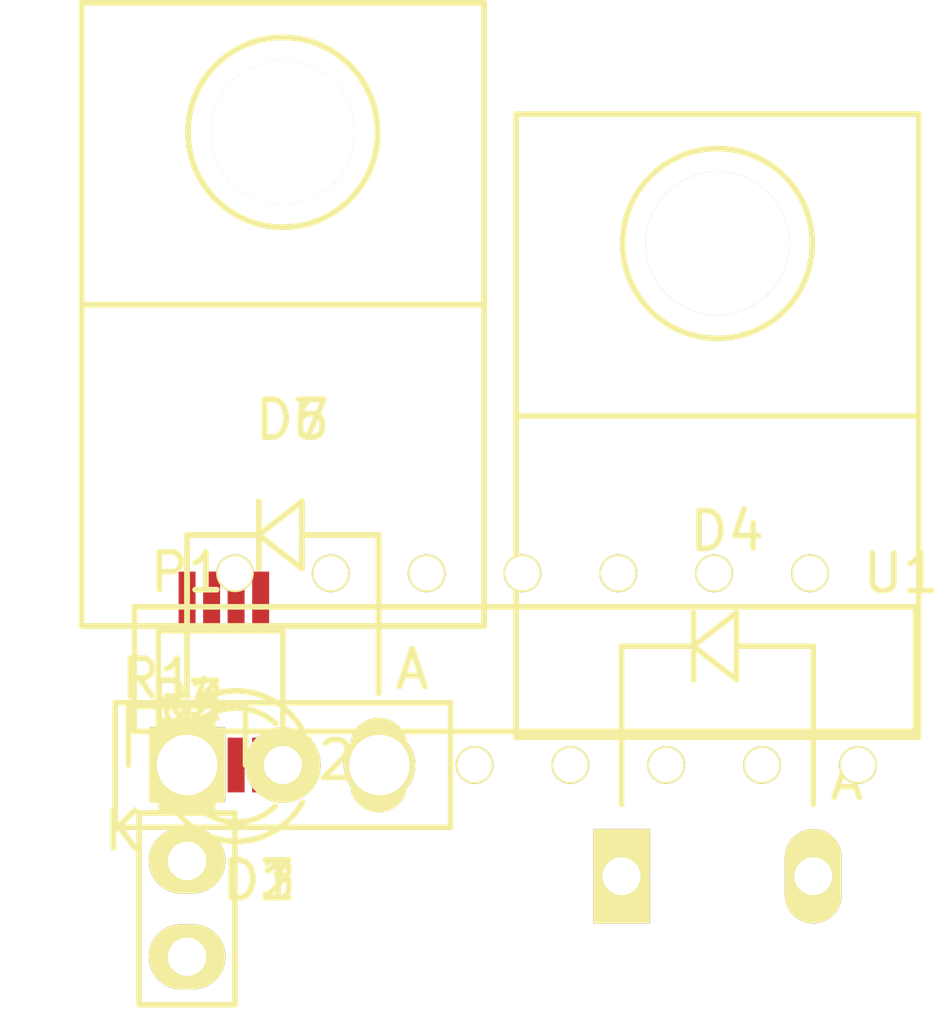
<source format=kicad_pcb>
(kicad_pcb (version 4) (host pcbnew 4.0.1-stable)

  (general
    (links 36)
    (no_connects 28)
    (area 143.342767 84.485599 168.7491 119.728601)
    (thickness 1.6)
    (drawings 0)
    (tracks 0)
    (zones 0)
    (modules 14)
    (nets 17)
  )

  (page A4)
  (layers
    (0 F.Cu signal)
    (31 B.Cu signal)
    (32 B.Adhes user)
    (33 F.Adhes user)
    (34 B.Paste user)
    (35 F.Paste user)
    (36 B.SilkS user)
    (37 F.SilkS user)
    (38 B.Mask user)
    (39 F.Mask user)
    (40 Dwgs.User user)
    (41 Cmts.User user)
    (42 Eco1.User user)
    (43 Eco2.User user)
    (44 Edge.Cuts user)
    (45 Margin user)
    (46 B.CrtYd user)
    (47 F.CrtYd user)
    (48 B.Fab user)
    (49 F.Fab user)
  )

  (setup
    (last_trace_width 0.25)
    (trace_clearance 0.25)
    (zone_clearance 0.508)
    (zone_45_only no)
    (trace_min 0.25)
    (segment_width 0.2)
    (edge_width 0.15)
    (via_size 0.6)
    (via_drill 0.4)
    (via_min_size 0.4)
    (via_min_drill 0.3)
    (uvia_size 0.3)
    (uvia_drill 0.1)
    (uvias_allowed no)
    (uvia_min_size 0.2)
    (uvia_min_drill 0.1)
    (pcb_text_width 0.3)
    (pcb_text_size 1.5 1.5)
    (mod_edge_width 0.15)
    (mod_text_size 1 1)
    (mod_text_width 0.15)
    (pad_size 1.524 1.524)
    (pad_drill 0.762)
    (pad_to_mask_clearance 0.2)
    (aux_axis_origin 0 0)
    (visible_elements 7FFFFFFF)
    (pcbplotparams
      (layerselection 0x00030_80000001)
      (usegerberextensions false)
      (excludeedgelayer true)
      (linewidth 0.100000)
      (plotframeref false)
      (viasonmask false)
      (mode 1)
      (useauxorigin false)
      (hpglpennumber 1)
      (hpglpenspeed 20)
      (hpglpendiameter 15)
      (hpglpenoverlay 2)
      (psnegative false)
      (psa4output false)
      (plotreference true)
      (plotvalue true)
      (plotinvisibletext false)
      (padsonsilk false)
      (subtractmaskfromsilk false)
      (outputformat 1)
      (mirror false)
      (drillshape 1)
      (scaleselection 1)
      (outputdirectory ""))
  )

  (net 0 "")
  (net 1 GND)
  (net 2 "Net-(D1-Pad2)")
  (net 3 "Net-(D2-Pad2)")
  (net 4 "Net-(D3-Pad2)")
  (net 5 +6V)
  (net 6 "Net-(D4-Pad2)")
  (net 7 "Net-(D5-Pad2)")
  (net 8 "Net-(P1-Pad1)")
  (net 9 "Net-(P1-Pad2)")
  (net 10 "Net-(P1-Pad3)")
  (net 11 "Net-(D8-Pad1)")
  (net 12 +3V3)
  (net 13 "Net-(P6-Pad3)")
  (net 14 "Net-(P6-Pad2)")
  (net 15 "Net-(P6-Pad1)")
  (net 16 +5V)

  (net_class Default "This is the default net class."
    (clearance 0.25)
    (trace_width 0.25)
    (via_dia 0.6)
    (via_drill 0.4)
    (uvia_dia 0.3)
    (uvia_drill 0.1)
    (add_net +3V3)
    (add_net +5V)
    (add_net +6V)
    (add_net GND)
    (add_net "Net-(D1-Pad2)")
    (add_net "Net-(D2-Pad2)")
    (add_net "Net-(D3-Pad2)")
    (add_net "Net-(D4-Pad2)")
    (add_net "Net-(D5-Pad2)")
    (add_net "Net-(D8-Pad1)")
    (add_net "Net-(P1-Pad1)")
    (add_net "Net-(P1-Pad2)")
    (add_net "Net-(P1-Pad3)")
    (add_net "Net-(P6-Pad1)")
    (add_net "Net-(P6-Pad2)")
    (add_net "Net-(P6-Pad3)")
  )

  (module LEDs:LED-3MM (layer F.Cu) (tedit 559B82F6) (tstamp 56A189A9)
    (at 148.5011 105.0036)
    (descr "LED 3mm round vertical")
    (tags "LED  3mm round vertical")
    (path /569FAE61)
    (fp_text reference D1 (at 1.91 3.06) (layer F.SilkS)
      (effects (font (size 1 1) (thickness 0.15)))
    )
    (fp_text value LED (at 1.3 -2.9) (layer F.Fab)
      (effects (font (size 1 1) (thickness 0.15)))
    )
    (fp_line (start -1.2 2.3) (end 3.8 2.3) (layer F.CrtYd) (width 0.05))
    (fp_line (start 3.8 2.3) (end 3.8 -2.2) (layer F.CrtYd) (width 0.05))
    (fp_line (start 3.8 -2.2) (end -1.2 -2.2) (layer F.CrtYd) (width 0.05))
    (fp_line (start -1.2 -2.2) (end -1.2 2.3) (layer F.CrtYd) (width 0.05))
    (fp_line (start -0.199 1.314) (end -0.199 1.114) (layer F.SilkS) (width 0.15))
    (fp_line (start -0.199 -1.28) (end -0.199 -1.1) (layer F.SilkS) (width 0.15))
    (fp_arc (start 1.301 0.034) (end -0.199 -1.286) (angle 108.5) (layer F.SilkS) (width 0.15))
    (fp_arc (start 1.301 0.034) (end 0.25 -1.1) (angle 85.7) (layer F.SilkS) (width 0.15))
    (fp_arc (start 1.311 0.034) (end 3.051 0.994) (angle 110) (layer F.SilkS) (width 0.15))
    (fp_arc (start 1.301 0.034) (end 2.335 1.094) (angle 87.5) (layer F.SilkS) (width 0.15))
    (fp_text user K (at -1.69 1.74) (layer F.SilkS)
      (effects (font (size 1 1) (thickness 0.15)))
    )
    (pad 1 thru_hole rect (at 0 0 90) (size 2 2) (drill 1.00076) (layers *.Cu *.Mask F.SilkS)
      (net 1 GND))
    (pad 2 thru_hole circle (at 2.54 0) (size 2 2) (drill 1.00076) (layers *.Cu *.Mask F.SilkS)
      (net 2 "Net-(D1-Pad2)"))
    (model LEDs.3dshapes/LED-3MM.wrl
      (at (xyz 0.05 0 0))
      (scale (xyz 1 1 1))
      (rotate (xyz 0 0 90))
    )
  )

  (module LEDs:LED-3MM (layer F.Cu) (tedit 559B82F6) (tstamp 56A189AF)
    (at 148.5011 105.0036)
    (descr "LED 3mm round vertical")
    (tags "LED  3mm round vertical")
    (path /569FAF14)
    (fp_text reference D2 (at 1.91 3.06) (layer F.SilkS)
      (effects (font (size 1 1) (thickness 0.15)))
    )
    (fp_text value LED (at 1.3 -2.9) (layer F.Fab)
      (effects (font (size 1 1) (thickness 0.15)))
    )
    (fp_line (start -1.2 2.3) (end 3.8 2.3) (layer F.CrtYd) (width 0.05))
    (fp_line (start 3.8 2.3) (end 3.8 -2.2) (layer F.CrtYd) (width 0.05))
    (fp_line (start 3.8 -2.2) (end -1.2 -2.2) (layer F.CrtYd) (width 0.05))
    (fp_line (start -1.2 -2.2) (end -1.2 2.3) (layer F.CrtYd) (width 0.05))
    (fp_line (start -0.199 1.314) (end -0.199 1.114) (layer F.SilkS) (width 0.15))
    (fp_line (start -0.199 -1.28) (end -0.199 -1.1) (layer F.SilkS) (width 0.15))
    (fp_arc (start 1.301 0.034) (end -0.199 -1.286) (angle 108.5) (layer F.SilkS) (width 0.15))
    (fp_arc (start 1.301 0.034) (end 0.25 -1.1) (angle 85.7) (layer F.SilkS) (width 0.15))
    (fp_arc (start 1.311 0.034) (end 3.051 0.994) (angle 110) (layer F.SilkS) (width 0.15))
    (fp_arc (start 1.301 0.034) (end 2.335 1.094) (angle 87.5) (layer F.SilkS) (width 0.15))
    (fp_text user K (at -1.69 1.74) (layer F.SilkS)
      (effects (font (size 1 1) (thickness 0.15)))
    )
    (pad 1 thru_hole rect (at 0 0 90) (size 2 2) (drill 1.00076) (layers *.Cu *.Mask F.SilkS)
      (net 1 GND))
    (pad 2 thru_hole circle (at 2.54 0) (size 2 2) (drill 1.00076) (layers *.Cu *.Mask F.SilkS)
      (net 3 "Net-(D2-Pad2)"))
    (model LEDs.3dshapes/LED-3MM.wrl
      (at (xyz 0.05 0 0))
      (scale (xyz 1 1 1))
      (rotate (xyz 0 0 90))
    )
  )

  (module LEDs:LED-3MM (layer F.Cu) (tedit 559B82F6) (tstamp 56A189B5)
    (at 148.5011 105.0036)
    (descr "LED 3mm round vertical")
    (tags "LED  3mm round vertical")
    (path /569FAF59)
    (fp_text reference D3 (at 1.91 3.06) (layer F.SilkS)
      (effects (font (size 1 1) (thickness 0.15)))
    )
    (fp_text value LED (at 1.3 -2.9) (layer F.Fab)
      (effects (font (size 1 1) (thickness 0.15)))
    )
    (fp_line (start -1.2 2.3) (end 3.8 2.3) (layer F.CrtYd) (width 0.05))
    (fp_line (start 3.8 2.3) (end 3.8 -2.2) (layer F.CrtYd) (width 0.05))
    (fp_line (start 3.8 -2.2) (end -1.2 -2.2) (layer F.CrtYd) (width 0.05))
    (fp_line (start -1.2 -2.2) (end -1.2 2.3) (layer F.CrtYd) (width 0.05))
    (fp_line (start -0.199 1.314) (end -0.199 1.114) (layer F.SilkS) (width 0.15))
    (fp_line (start -0.199 -1.28) (end -0.199 -1.1) (layer F.SilkS) (width 0.15))
    (fp_arc (start 1.301 0.034) (end -0.199 -1.286) (angle 108.5) (layer F.SilkS) (width 0.15))
    (fp_arc (start 1.301 0.034) (end 0.25 -1.1) (angle 85.7) (layer F.SilkS) (width 0.15))
    (fp_arc (start 1.311 0.034) (end 3.051 0.994) (angle 110) (layer F.SilkS) (width 0.15))
    (fp_arc (start 1.301 0.034) (end 2.335 1.094) (angle 87.5) (layer F.SilkS) (width 0.15))
    (fp_text user K (at -1.69 1.74) (layer F.SilkS)
      (effects (font (size 1 1) (thickness 0.15)))
    )
    (pad 1 thru_hole rect (at 0 0 90) (size 2 2) (drill 1.00076) (layers *.Cu *.Mask F.SilkS)
      (net 1 GND))
    (pad 2 thru_hole circle (at 2.54 0) (size 2 2) (drill 1.00076) (layers *.Cu *.Mask F.SilkS)
      (net 4 "Net-(D3-Pad2)"))
    (model LEDs.3dshapes/LED-3MM.wrl
      (at (xyz 0.05 0 0))
      (scale (xyz 1 1 1))
      (rotate (xyz 0 0 90))
    )
  )

  (module Diodes_ThroughHole:Diode_TO-220_Horizontal (layer F.Cu) (tedit 5538AB48) (tstamp 56A189BC)
    (at 160.02 107.95)
    (descr "TO-220, Bipolar-BCE, Horizontal,")
    (tags "TO-220, Bipolar-BCE, Horizontal,")
    (path /5699AD7D)
    (fp_text reference D4 (at 2.79146 -9.144) (layer F.SilkS)
      (effects (font (size 1 1) (thickness 0.15)))
    )
    (fp_text value D (at 3.15 2.15) (layer F.Fab)
      (effects (font (size 1 1) (thickness 0.15)))
    )
    (fp_text user A (at 5.96646 -2.54) (layer F.SilkS)
      (effects (font (size 1 1) (thickness 0.15)))
    )
    (fp_line (start 1.90246 -6.096) (end -0.00254 -6.096) (layer F.SilkS) (width 0.15))
    (fp_line (start -0.00254 -6.096) (end -0.00254 -3.683) (layer F.SilkS) (width 0.15))
    (fp_line (start 3.04546 -6.096) (end 5.07746 -6.096) (layer F.SilkS) (width 0.15))
    (fp_line (start 5.07746 -6.096) (end 5.07746 -3.683) (layer F.SilkS) (width 0.15))
    (fp_line (start 1.90246 -6.096) (end 3.04546 -6.985) (layer F.SilkS) (width 0.15))
    (fp_line (start 3.04546 -6.985) (end 3.04546 -5.207) (layer F.SilkS) (width 0.15))
    (fp_line (start 3.04546 -5.207) (end 1.90246 -6.096) (layer F.SilkS) (width 0.15))
    (fp_line (start 1.90246 -6.985) (end 1.90246 -5.207) (layer F.SilkS) (width 0.15))
    (fp_circle (center 2.53746 -16.764) (end 4.31546 -14.986) (layer F.SilkS) (width 0.15))
    (fp_line (start -0.00254 -3.683) (end -0.00254 -1.905) (layer F.SilkS) (width 0.15))
    (fp_line (start 5.07746 -3.683) (end 5.07746 -1.905) (layer F.SilkS) (width 0.15))
    (fp_line (start 7.87146 -12.192) (end 7.87146 -20.193) (layer F.SilkS) (width 0.15))
    (fp_line (start 7.87146 -20.193) (end -2.79654 -20.193) (layer F.SilkS) (width 0.15))
    (fp_line (start -2.79654 -20.193) (end -2.79654 -12.192) (layer F.SilkS) (width 0.15))
    (fp_line (start 7.87146 -3.683) (end 7.87146 -12.192) (layer F.SilkS) (width 0.15))
    (fp_line (start 7.87146 -12.192) (end -2.79654 -12.192) (layer F.SilkS) (width 0.15))
    (fp_line (start -2.79654 -12.192) (end -2.79654 -3.683) (layer F.SilkS) (width 0.15))
    (fp_line (start 2.53746 -3.683) (end -2.79654 -3.683) (layer F.SilkS) (width 0.15))
    (fp_line (start 2.53746 -3.683) (end 7.87146 -3.683) (layer F.SilkS) (width 0.15))
    (pad 1 thru_hole rect (at -0.00254 0 90) (size 2.49936 1.50114) (drill 1.00076) (layers *.Cu *.Mask F.SilkS)
      (net 5 +6V))
    (pad 2 thru_hole oval (at 5.07746 0 90) (size 2.49936 1.50114) (drill 1.00076) (layers *.Cu *.Mask F.SilkS)
      (net 6 "Net-(D4-Pad2)"))
    (pad 2 thru_hole circle (at 2.53746 -16.764 90) (size 3.79984 3.79984) (drill 3.79984) (layers *.Cu *.Mask F.SilkS)
      (net 6 "Net-(D4-Pad2)"))
    (model Diodes_ThroughHole.3dshapes/Diode_TO-220_Horizontal.wrl
      (at (xyz 0.1 0 0))
      (scale (xyz 0.3937 0.3937 0.3937))
      (rotate (xyz 0 0 0))
    )
  )

  (module Diodes_ThroughHole:Diode_TO-220_Horizontal (layer F.Cu) (tedit 5538AB48) (tstamp 56A189C3)
    (at 148.5011 105.0036)
    (descr "TO-220, Bipolar-BCE, Horizontal,")
    (tags "TO-220, Bipolar-BCE, Horizontal,")
    (path /5699E224)
    (fp_text reference D5 (at 2.79146 -9.144) (layer F.SilkS)
      (effects (font (size 1 1) (thickness 0.15)))
    )
    (fp_text value D (at 3.15 2.15) (layer F.Fab)
      (effects (font (size 1 1) (thickness 0.15)))
    )
    (fp_text user A (at 5.96646 -2.54) (layer F.SilkS)
      (effects (font (size 1 1) (thickness 0.15)))
    )
    (fp_line (start 1.90246 -6.096) (end -0.00254 -6.096) (layer F.SilkS) (width 0.15))
    (fp_line (start -0.00254 -6.096) (end -0.00254 -3.683) (layer F.SilkS) (width 0.15))
    (fp_line (start 3.04546 -6.096) (end 5.07746 -6.096) (layer F.SilkS) (width 0.15))
    (fp_line (start 5.07746 -6.096) (end 5.07746 -3.683) (layer F.SilkS) (width 0.15))
    (fp_line (start 1.90246 -6.096) (end 3.04546 -6.985) (layer F.SilkS) (width 0.15))
    (fp_line (start 3.04546 -6.985) (end 3.04546 -5.207) (layer F.SilkS) (width 0.15))
    (fp_line (start 3.04546 -5.207) (end 1.90246 -6.096) (layer F.SilkS) (width 0.15))
    (fp_line (start 1.90246 -6.985) (end 1.90246 -5.207) (layer F.SilkS) (width 0.15))
    (fp_circle (center 2.53746 -16.764) (end 4.31546 -14.986) (layer F.SilkS) (width 0.15))
    (fp_line (start -0.00254 -3.683) (end -0.00254 -1.905) (layer F.SilkS) (width 0.15))
    (fp_line (start 5.07746 -3.683) (end 5.07746 -1.905) (layer F.SilkS) (width 0.15))
    (fp_line (start 7.87146 -12.192) (end 7.87146 -20.193) (layer F.SilkS) (width 0.15))
    (fp_line (start 7.87146 -20.193) (end -2.79654 -20.193) (layer F.SilkS) (width 0.15))
    (fp_line (start -2.79654 -20.193) (end -2.79654 -12.192) (layer F.SilkS) (width 0.15))
    (fp_line (start 7.87146 -3.683) (end 7.87146 -12.192) (layer F.SilkS) (width 0.15))
    (fp_line (start 7.87146 -12.192) (end -2.79654 -12.192) (layer F.SilkS) (width 0.15))
    (fp_line (start -2.79654 -12.192) (end -2.79654 -3.683) (layer F.SilkS) (width 0.15))
    (fp_line (start 2.53746 -3.683) (end -2.79654 -3.683) (layer F.SilkS) (width 0.15))
    (fp_line (start 2.53746 -3.683) (end 7.87146 -3.683) (layer F.SilkS) (width 0.15))
    (pad 1 thru_hole rect (at -0.00254 0 90) (size 2.49936 1.50114) (drill 1.00076) (layers *.Cu *.Mask F.SilkS)
      (net 5 +6V))
    (pad 2 thru_hole oval (at 5.07746 0 90) (size 2.49936 1.50114) (drill 1.00076) (layers *.Cu *.Mask F.SilkS)
      (net 7 "Net-(D5-Pad2)"))
    (pad 2 thru_hole circle (at 2.53746 -16.764 90) (size 3.79984 3.79984) (drill 3.79984) (layers *.Cu *.Mask F.SilkS)
      (net 7 "Net-(D5-Pad2)"))
    (model Diodes_ThroughHole.3dshapes/Diode_TO-220_Horizontal.wrl
      (at (xyz 0.1 0 0))
      (scale (xyz 0.3937 0.3937 0.3937))
      (rotate (xyz 0 0 0))
    )
  )

  (module Diodes_ThroughHole:Diode_TO-220_Horizontal (layer F.Cu) (tedit 5538AB48) (tstamp 56A189CA)
    (at 148.5011 105.0036)
    (descr "TO-220, Bipolar-BCE, Horizontal,")
    (tags "TO-220, Bipolar-BCE, Horizontal,")
    (path /5699E29D)
    (fp_text reference D6 (at 2.79146 -9.144) (layer F.SilkS)
      (effects (font (size 1 1) (thickness 0.15)))
    )
    (fp_text value D (at 3.15 2.15) (layer F.Fab)
      (effects (font (size 1 1) (thickness 0.15)))
    )
    (fp_text user A (at 5.96646 -2.54) (layer F.SilkS)
      (effects (font (size 1 1) (thickness 0.15)))
    )
    (fp_line (start 1.90246 -6.096) (end -0.00254 -6.096) (layer F.SilkS) (width 0.15))
    (fp_line (start -0.00254 -6.096) (end -0.00254 -3.683) (layer F.SilkS) (width 0.15))
    (fp_line (start 3.04546 -6.096) (end 5.07746 -6.096) (layer F.SilkS) (width 0.15))
    (fp_line (start 5.07746 -6.096) (end 5.07746 -3.683) (layer F.SilkS) (width 0.15))
    (fp_line (start 1.90246 -6.096) (end 3.04546 -6.985) (layer F.SilkS) (width 0.15))
    (fp_line (start 3.04546 -6.985) (end 3.04546 -5.207) (layer F.SilkS) (width 0.15))
    (fp_line (start 3.04546 -5.207) (end 1.90246 -6.096) (layer F.SilkS) (width 0.15))
    (fp_line (start 1.90246 -6.985) (end 1.90246 -5.207) (layer F.SilkS) (width 0.15))
    (fp_circle (center 2.53746 -16.764) (end 4.31546 -14.986) (layer F.SilkS) (width 0.15))
    (fp_line (start -0.00254 -3.683) (end -0.00254 -1.905) (layer F.SilkS) (width 0.15))
    (fp_line (start 5.07746 -3.683) (end 5.07746 -1.905) (layer F.SilkS) (width 0.15))
    (fp_line (start 7.87146 -12.192) (end 7.87146 -20.193) (layer F.SilkS) (width 0.15))
    (fp_line (start 7.87146 -20.193) (end -2.79654 -20.193) (layer F.SilkS) (width 0.15))
    (fp_line (start -2.79654 -20.193) (end -2.79654 -12.192) (layer F.SilkS) (width 0.15))
    (fp_line (start 7.87146 -3.683) (end 7.87146 -12.192) (layer F.SilkS) (width 0.15))
    (fp_line (start 7.87146 -12.192) (end -2.79654 -12.192) (layer F.SilkS) (width 0.15))
    (fp_line (start -2.79654 -12.192) (end -2.79654 -3.683) (layer F.SilkS) (width 0.15))
    (fp_line (start 2.53746 -3.683) (end -2.79654 -3.683) (layer F.SilkS) (width 0.15))
    (fp_line (start 2.53746 -3.683) (end 7.87146 -3.683) (layer F.SilkS) (width 0.15))
    (pad 1 thru_hole rect (at -0.00254 0 90) (size 2.49936 1.50114) (drill 1.00076) (layers *.Cu *.Mask F.SilkS)
      (net 6 "Net-(D4-Pad2)"))
    (pad 2 thru_hole oval (at 5.07746 0 90) (size 2.49936 1.50114) (drill 1.00076) (layers *.Cu *.Mask F.SilkS)
      (net 1 GND))
    (pad 2 thru_hole circle (at 2.53746 -16.764 90) (size 3.79984 3.79984) (drill 3.79984) (layers *.Cu *.Mask F.SilkS)
      (net 1 GND))
    (model Diodes_ThroughHole.3dshapes/Diode_TO-220_Horizontal.wrl
      (at (xyz 0.1 0 0))
      (scale (xyz 0.3937 0.3937 0.3937))
      (rotate (xyz 0 0 0))
    )
  )

  (module Diodes_ThroughHole:Diode_TO-220_Horizontal (layer F.Cu) (tedit 5538AB48) (tstamp 56A189D1)
    (at 148.5011 105.0036)
    (descr "TO-220, Bipolar-BCE, Horizontal,")
    (tags "TO-220, Bipolar-BCE, Horizontal,")
    (path /5699E377)
    (fp_text reference D7 (at 2.79146 -9.144) (layer F.SilkS)
      (effects (font (size 1 1) (thickness 0.15)))
    )
    (fp_text value D (at 3.15 2.15) (layer F.Fab)
      (effects (font (size 1 1) (thickness 0.15)))
    )
    (fp_text user A (at 5.96646 -2.54) (layer F.SilkS)
      (effects (font (size 1 1) (thickness 0.15)))
    )
    (fp_line (start 1.90246 -6.096) (end -0.00254 -6.096) (layer F.SilkS) (width 0.15))
    (fp_line (start -0.00254 -6.096) (end -0.00254 -3.683) (layer F.SilkS) (width 0.15))
    (fp_line (start 3.04546 -6.096) (end 5.07746 -6.096) (layer F.SilkS) (width 0.15))
    (fp_line (start 5.07746 -6.096) (end 5.07746 -3.683) (layer F.SilkS) (width 0.15))
    (fp_line (start 1.90246 -6.096) (end 3.04546 -6.985) (layer F.SilkS) (width 0.15))
    (fp_line (start 3.04546 -6.985) (end 3.04546 -5.207) (layer F.SilkS) (width 0.15))
    (fp_line (start 3.04546 -5.207) (end 1.90246 -6.096) (layer F.SilkS) (width 0.15))
    (fp_line (start 1.90246 -6.985) (end 1.90246 -5.207) (layer F.SilkS) (width 0.15))
    (fp_circle (center 2.53746 -16.764) (end 4.31546 -14.986) (layer F.SilkS) (width 0.15))
    (fp_line (start -0.00254 -3.683) (end -0.00254 -1.905) (layer F.SilkS) (width 0.15))
    (fp_line (start 5.07746 -3.683) (end 5.07746 -1.905) (layer F.SilkS) (width 0.15))
    (fp_line (start 7.87146 -12.192) (end 7.87146 -20.193) (layer F.SilkS) (width 0.15))
    (fp_line (start 7.87146 -20.193) (end -2.79654 -20.193) (layer F.SilkS) (width 0.15))
    (fp_line (start -2.79654 -20.193) (end -2.79654 -12.192) (layer F.SilkS) (width 0.15))
    (fp_line (start 7.87146 -3.683) (end 7.87146 -12.192) (layer F.SilkS) (width 0.15))
    (fp_line (start 7.87146 -12.192) (end -2.79654 -12.192) (layer F.SilkS) (width 0.15))
    (fp_line (start -2.79654 -12.192) (end -2.79654 -3.683) (layer F.SilkS) (width 0.15))
    (fp_line (start 2.53746 -3.683) (end -2.79654 -3.683) (layer F.SilkS) (width 0.15))
    (fp_line (start 2.53746 -3.683) (end 7.87146 -3.683) (layer F.SilkS) (width 0.15))
    (pad 1 thru_hole rect (at -0.00254 0 90) (size 2.49936 1.50114) (drill 1.00076) (layers *.Cu *.Mask F.SilkS)
      (net 7 "Net-(D5-Pad2)"))
    (pad 2 thru_hole oval (at 5.07746 0 90) (size 2.49936 1.50114) (drill 1.00076) (layers *.Cu *.Mask F.SilkS)
      (net 1 GND))
    (pad 2 thru_hole circle (at 2.53746 -16.764 90) (size 3.79984 3.79984) (drill 3.79984) (layers *.Cu *.Mask F.SilkS)
      (net 1 GND))
    (model Diodes_ThroughHole.3dshapes/Diode_TO-220_Horizontal.wrl
      (at (xyz 0.1 0 0))
      (scale (xyz 0.3937 0.3937 0.3937))
      (rotate (xyz 0 0 0))
    )
  )

  (module Pin_Headers:Pin_Header_Straight_1x03 (layer F.Cu) (tedit 0) (tstamp 56A189D8)
    (at 148.5011 105.0036)
    (descr "Through hole pin header")
    (tags "pin header")
    (path /569F1348)
    (fp_text reference P1 (at 0 -5.1) (layer F.SilkS)
      (effects (font (size 1 1) (thickness 0.15)))
    )
    (fp_text value CONN_01X03 (at 0 -3.1) (layer F.Fab)
      (effects (font (size 1 1) (thickness 0.15)))
    )
    (fp_line (start -1.75 -1.75) (end -1.75 6.85) (layer F.CrtYd) (width 0.05))
    (fp_line (start 1.75 -1.75) (end 1.75 6.85) (layer F.CrtYd) (width 0.05))
    (fp_line (start -1.75 -1.75) (end 1.75 -1.75) (layer F.CrtYd) (width 0.05))
    (fp_line (start -1.75 6.85) (end 1.75 6.85) (layer F.CrtYd) (width 0.05))
    (fp_line (start -1.27 1.27) (end -1.27 6.35) (layer F.SilkS) (width 0.15))
    (fp_line (start -1.27 6.35) (end 1.27 6.35) (layer F.SilkS) (width 0.15))
    (fp_line (start 1.27 6.35) (end 1.27 1.27) (layer F.SilkS) (width 0.15))
    (fp_line (start 1.55 -1.55) (end 1.55 0) (layer F.SilkS) (width 0.15))
    (fp_line (start 1.27 1.27) (end -1.27 1.27) (layer F.SilkS) (width 0.15))
    (fp_line (start -1.55 0) (end -1.55 -1.55) (layer F.SilkS) (width 0.15))
    (fp_line (start -1.55 -1.55) (end 1.55 -1.55) (layer F.SilkS) (width 0.15))
    (pad 1 thru_hole rect (at 0 0) (size 2.032 1.7272) (drill 1.016) (layers *.Cu *.Mask F.SilkS)
      (net 8 "Net-(P1-Pad1)"))
    (pad 2 thru_hole oval (at 0 2.54) (size 2.032 1.7272) (drill 1.016) (layers *.Cu *.Mask F.SilkS)
      (net 9 "Net-(P1-Pad2)"))
    (pad 3 thru_hole oval (at 0 5.08) (size 2.032 1.7272) (drill 1.016) (layers *.Cu *.Mask F.SilkS)
      (net 10 "Net-(P1-Pad3)"))
    (model Pin_Headers.3dshapes/Pin_Header_Straight_1x03.wrl
      (at (xyz 0 -0.1 0))
      (scale (xyz 1 1 1))
      (rotate (xyz 0 0 90))
    )
  )

  (module H_Bridge:PF1262 (layer F.Cu) (tedit 569C4FE6) (tstamp 56A189DE)
    (at 148.5011 105.0036)
    (path /569C510F)
    (fp_text reference R1 (at -0.762 -2.286) (layer F.SilkS)
      (effects (font (size 1 1) (thickness 0.15)))
    )
    (fp_text value PF1262 (at 0.762 2.413) (layer F.Fab) hide
      (effects (font (size 1 1) (thickness 0.15)))
    )
    (fp_line (start -1.905 -1.651) (end 6.985 -1.651) (layer F.SilkS) (width 0.15))
    (fp_line (start 6.985 -1.651) (end 6.985 1.651) (layer F.SilkS) (width 0.15))
    (fp_line (start 6.985 1.651) (end -1.778 1.651) (layer F.SilkS) (width 0.15))
    (fp_line (start -1.778 1.651) (end -1.905 1.651) (layer F.SilkS) (width 0.15))
    (fp_line (start -1.905 1.651) (end -1.905 -1.651) (layer F.SilkS) (width 0.15))
    (pad 1 thru_hole circle (at 0 0) (size 1.9 1.9) (drill 1.6) (layers *.Cu *.Mask F.SilkS)
      (net 11 "Net-(D8-Pad1)"))
    (pad 2 thru_hole circle (at 5.1 0) (size 1.9 1.9) (drill 1.6) (layers *.Cu *.Mask F.SilkS)
      (net 1 GND))
  )

  (module Resistors_SMD:R_0201 (layer F.Cu) (tedit 5415CC07) (tstamp 56A189E4)
    (at 148.5011 105.0036)
    (descr "Resistor SMD 0201, reflow soldering, Vishay (see crcw0201e3.pdf)")
    (tags "resistor 0201")
    (path /569F4573)
    (attr smd)
    (fp_text reference R2 (at 0 -1.7) (layer F.SilkS)
      (effects (font (size 1 1) (thickness 0.15)))
    )
    (fp_text value 10k (at 0 1.7) (layer F.Fab)
      (effects (font (size 1 1) (thickness 0.15)))
    )
    (fp_line (start -0.65 -0.55) (end 0.65 -0.55) (layer F.CrtYd) (width 0.05))
    (fp_line (start -0.65 0.55) (end 0.65 0.55) (layer F.CrtYd) (width 0.05))
    (fp_line (start -0.65 -0.55) (end -0.65 0.55) (layer F.CrtYd) (width 0.05))
    (fp_line (start 0.65 -0.55) (end 0.65 0.55) (layer F.CrtYd) (width 0.05))
    (fp_line (start 0.115 -0.44) (end -0.115 -0.44) (layer F.SilkS) (width 0.15))
    (fp_line (start -0.115 0.44) (end 0.115 0.44) (layer F.SilkS) (width 0.15))
    (pad 1 smd rect (at -0.255 0) (size 0.28 0.43) (layers F.Cu F.Paste F.Mask)
      (net 12 +3V3))
    (pad 2 smd rect (at 0.255 0) (size 0.28 0.43) (layers F.Cu F.Paste F.Mask)
      (net 13 "Net-(P6-Pad3)"))
    (model Resistors_SMD.3dshapes/R_0201.wrl
      (at (xyz 0 0 0))
      (scale (xyz 1 1 1))
      (rotate (xyz 0 0 0))
    )
  )

  (module Resistors_SMD:R_0201 (layer F.Cu) (tedit 5415CC07) (tstamp 56A189EA)
    (at 148.5011 105.0036)
    (descr "Resistor SMD 0201, reflow soldering, Vishay (see crcw0201e3.pdf)")
    (tags "resistor 0201")
    (path /569F48A3)
    (attr smd)
    (fp_text reference R3 (at 0 -1.7) (layer F.SilkS)
      (effects (font (size 1 1) (thickness 0.15)))
    )
    (fp_text value 10k (at 0 1.7) (layer F.Fab)
      (effects (font (size 1 1) (thickness 0.15)))
    )
    (fp_line (start -0.65 -0.55) (end 0.65 -0.55) (layer F.CrtYd) (width 0.05))
    (fp_line (start -0.65 0.55) (end 0.65 0.55) (layer F.CrtYd) (width 0.05))
    (fp_line (start -0.65 -0.55) (end -0.65 0.55) (layer F.CrtYd) (width 0.05))
    (fp_line (start 0.65 -0.55) (end 0.65 0.55) (layer F.CrtYd) (width 0.05))
    (fp_line (start 0.115 -0.44) (end -0.115 -0.44) (layer F.SilkS) (width 0.15))
    (fp_line (start -0.115 0.44) (end 0.115 0.44) (layer F.SilkS) (width 0.15))
    (pad 1 smd rect (at -0.255 0) (size 0.28 0.43) (layers F.Cu F.Paste F.Mask)
      (net 12 +3V3))
    (pad 2 smd rect (at 0.255 0) (size 0.28 0.43) (layers F.Cu F.Paste F.Mask)
      (net 14 "Net-(P6-Pad2)"))
    (model Resistors_SMD.3dshapes/R_0201.wrl
      (at (xyz 0 0 0))
      (scale (xyz 1 1 1))
      (rotate (xyz 0 0 0))
    )
  )

  (module Resistors_SMD:R_0201 (layer F.Cu) (tedit 5415CC07) (tstamp 56A189F0)
    (at 148.5011 105.0036)
    (descr "Resistor SMD 0201, reflow soldering, Vishay (see crcw0201e3.pdf)")
    (tags "resistor 0201")
    (path /569F48F3)
    (attr smd)
    (fp_text reference R4 (at 0 -1.7) (layer F.SilkS)
      (effects (font (size 1 1) (thickness 0.15)))
    )
    (fp_text value 10k (at 0 1.7) (layer F.Fab)
      (effects (font (size 1 1) (thickness 0.15)))
    )
    (fp_line (start -0.65 -0.55) (end 0.65 -0.55) (layer F.CrtYd) (width 0.05))
    (fp_line (start -0.65 0.55) (end 0.65 0.55) (layer F.CrtYd) (width 0.05))
    (fp_line (start -0.65 -0.55) (end -0.65 0.55) (layer F.CrtYd) (width 0.05))
    (fp_line (start 0.65 -0.55) (end 0.65 0.55) (layer F.CrtYd) (width 0.05))
    (fp_line (start 0.115 -0.44) (end -0.115 -0.44) (layer F.SilkS) (width 0.15))
    (fp_line (start -0.115 0.44) (end 0.115 0.44) (layer F.SilkS) (width 0.15))
    (pad 1 smd rect (at -0.255 0) (size 0.28 0.43) (layers F.Cu F.Paste F.Mask)
      (net 12 +3V3))
    (pad 2 smd rect (at 0.255 0) (size 0.28 0.43) (layers F.Cu F.Paste F.Mask)
      (net 15 "Net-(P6-Pad1)"))
    (model Resistors_SMD.3dshapes/R_0201.wrl
      (at (xyz 0 0 0))
      (scale (xyz 1 1 1))
      (rotate (xyz 0 0 0))
    )
  )

  (module H_Bridge:L298 (layer F.Cu) (tedit 569C385A) (tstamp 56A18A03)
    (at 148.5011 105.0036)
    (path /5698B733)
    (fp_text reference U1 (at 18.923 -5.08) (layer F.SilkS)
      (effects (font (size 1 1) (thickness 0.15)))
    )
    (fp_text value L298 (at 8.509 -2.667) (layer F.Fab) hide
      (effects (font (size 1 1) (thickness 0.15)))
    )
    (fp_line (start -1.397 -4.191) (end 19.304 -4.191) (layer F.SilkS) (width 0.15))
    (fp_line (start 19.304 -4.191) (end 19.304 -0.889) (layer F.SilkS) (width 0.15))
    (fp_line (start 19.304 -0.889) (end -1.397 -0.889) (layer F.SilkS) (width 0.15))
    (fp_line (start -1.397 -0.889) (end -1.397 -4.191) (layer F.SilkS) (width 0.15))
    (pad 1 thru_hole circle (at 0 0) (size 1 1) (drill 0.9) (layers *.Cu *.Mask F.SilkS)
      (net 11 "Net-(D8-Pad1)"))
    (pad 2 thru_hole circle (at 1.27 -5.08) (size 1 1) (drill 0.9) (layers *.Cu *.Mask F.SilkS)
      (net 6 "Net-(D4-Pad2)"))
    (pad 3 thru_hole circle (at 2.54 0) (size 1 1) (drill 0.9) (layers *.Cu *.Mask F.SilkS)
      (net 7 "Net-(D5-Pad2)"))
    (pad 4 thru_hole circle (at 3.81 -5.08) (size 1 1) (drill 0.9) (layers *.Cu *.Mask F.SilkS)
      (net 5 +6V))
    (pad 5 thru_hole circle (at 5.08 0) (size 1 1) (drill 0.9) (layers *.Cu *.Mask F.SilkS)
      (net 8 "Net-(P1-Pad1)"))
    (pad 6 thru_hole circle (at 6.35 -5.08) (size 1 1) (drill 0.9) (layers *.Cu *.Mask F.SilkS)
      (net 10 "Net-(P1-Pad3)"))
    (pad 7 thru_hole circle (at 7.62 0) (size 1 1) (drill 0.9) (layers *.Cu *.Mask F.SilkS)
      (net 9 "Net-(P1-Pad2)"))
    (pad 8 thru_hole circle (at 8.89 -5.08) (size 1 1) (drill 0.9) (layers *.Cu *.Mask F.SilkS)
      (net 1 GND))
    (pad 9 thru_hole circle (at 10.16 0) (size 1 1) (drill 0.9) (layers *.Cu *.Mask F.SilkS)
      (net 16 +5V))
    (pad 10 thru_hole circle (at 11.43 -5.08) (size 1 1) (drill 0.9) (layers *.Cu *.Mask F.SilkS)
      (net 9 "Net-(P1-Pad2)"))
    (pad 11 thru_hole circle (at 12.7 0) (size 1 1) (drill 0.9) (layers *.Cu *.Mask F.SilkS)
      (net 10 "Net-(P1-Pad3)"))
    (pad 12 thru_hole circle (at 13.97 -5.08) (size 1 1) (drill 0.9) (layers *.Cu *.Mask F.SilkS)
      (net 8 "Net-(P1-Pad1)"))
    (pad 13 thru_hole circle (at 15.24 0) (size 1 1) (drill 0.9) (layers *.Cu *.Mask F.SilkS)
      (net 7 "Net-(D5-Pad2)"))
    (pad 14 thru_hole circle (at 16.51 -5.08) (size 1 1) (drill 0.9) (layers *.Cu *.Mask F.SilkS)
      (net 6 "Net-(D4-Pad2)"))
    (pad 15 thru_hole circle (at 17.78 0) (size 1 1) (drill 0.9) (layers *.Cu *.Mask F.SilkS)
      (net 11 "Net-(D8-Pad1)"))
  )

  (module H_Bridge:LM75A (layer F.Cu) (tedit 569C30F2) (tstamp 56A18A0F)
    (at 148.5011 105.0036)
    (path /569F3E76)
    (fp_text reference U2 (at 3.429 -0.127) (layer F.SilkS)
      (effects (font (size 1 1) (thickness 0.15)))
    )
    (fp_text value LM75A (at 0.762 -2.54) (layer F.Fab) hide
      (effects (font (size 1 1) (thickness 0.15)))
    )
    (fp_circle (center -0.254 -1.397) (end -0.127 -1.143) (layer F.SilkS) (width 0.15))
    (fp_line (start -0.762 -3.556) (end 2.54 -3.556) (layer F.SilkS) (width 0.15))
    (fp_line (start 2.54 -3.556) (end 2.54 -0.889) (layer F.SilkS) (width 0.15))
    (fp_line (start 2.54 -0.889) (end -0.762 -0.889) (layer F.SilkS) (width 0.15))
    (fp_line (start -0.762 -0.889) (end -0.762 -3.556) (layer F.SilkS) (width 0.15))
    (pad 1 smd rect (at 0 0) (size 0.45 1.45) (layers F.Cu F.Paste F.Mask)
      (net 14 "Net-(P6-Pad2)"))
    (pad 2 smd rect (at 0.65 0) (size 0.45 1.45) (layers F.Cu F.Paste F.Mask)
      (net 15 "Net-(P6-Pad1)"))
    (pad 3 smd rect (at 1.3 0) (size 0.45 1.45) (layers F.Cu F.Paste F.Mask)
      (net 13 "Net-(P6-Pad3)"))
    (pad 4 smd rect (at 1.95 0) (size 0.45 1.45) (layers F.Cu F.Paste F.Mask)
      (net 1 GND))
    (pad 5 smd rect (at 1.95 -4.4) (size 0.45 1.45) (layers F.Cu F.Paste F.Mask)
      (net 1 GND))
    (pad 6 smd rect (at 1.3 -4.4) (size 0.45 1.45) (layers F.Cu F.Paste F.Mask)
      (net 1 GND))
    (pad 7 smd rect (at 0.65 -4.4) (size 0.45 1.45) (layers F.Cu F.Paste F.Mask)
      (net 1 GND))
    (pad 8 smd rect (at 0 -4.4) (size 0.45 1.45) (layers F.Cu F.Paste F.Mask)
      (net 12 +3V3))
  )

)

</source>
